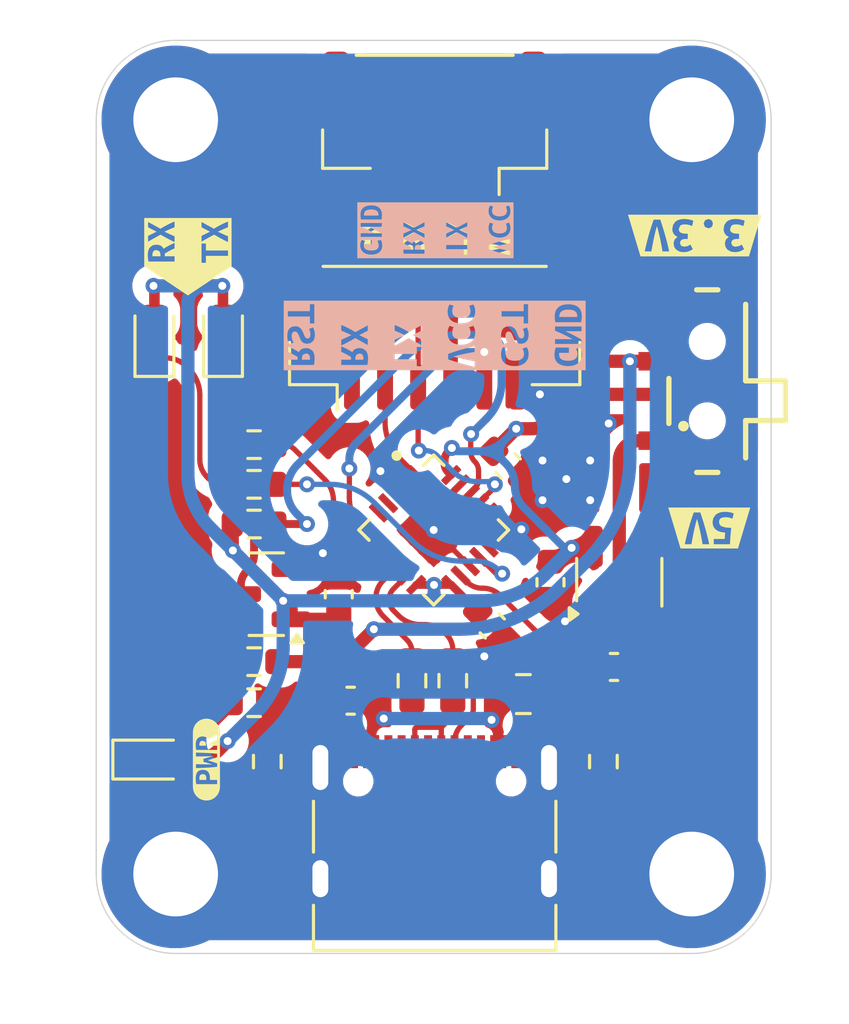
<source format=kicad_pcb>
(kicad_pcb (version 20241229) (generator "pcbnew") (generator_version "9.0")
  (layers (0 "F.Cu" signal) (2 "B.Cu" signal) (13 "F.Paste" user) (15 "B.Paste" user) (5 "F.SilkS" user "F.Silkscreen") (7 "B.SilkS" user "B.Silkscreen") (1 "F.Mask" user) (3 "B.Mask" user) (25 "Edge.Cuts" user))
  (net 0 "")
  (net 1 "GND")
  (net 2 "+3.3V")
  (net 3 "VBUS")
  (net 4 "Net-(D1-K)")
  (net 5 "Net-(D2-K)")
  (net 7 "Net-(J1-CC2)")
  (net 9 "Net-(J1-CC1)")
  (net 10 "/D+")
  (net 11 "/D-")
  (net 12 "/TX")
  (net 13 "/Rx")
  (net 14 "VCC")
  (net 15 "/CST")
  (net 16 "/RESET")
  (net 17 "/DTR")
  (net 18 "/DP")
  (net 19 "/DM")
  (net 20 "/RXLED")
  (net 21 "/TXLED")
  (net 23 "/DSR")
  (net 24 "/RST")
  (net 25 "/DCD")
  (net 27 "/RI")
  (net 29 "Net-(D3-K)")
  (footprint "Capacitor_SMD:C_0603_1608Metric" (layer "F.Cu") (at 143.1 103.198008 -45)
    (property "Reference" "C1" (hide yes))
    (property "Value" "0.1 uF" (hide yes))
  )
  (footprint "Resistor_SMD:R_0603_1608Metric" (layer "F.Cu") (at 134.1 104.55 180)
    (property "Reference" "R6" (hide yes))
    (property "Value" "10K" (hide yes))
  )
  (footprint "Package_TO_SOT_SMD:SOT-23" (layer "F.Cu") (at 134.5625 102 180)
    (property "Reference" "Q1" (hide yes))
    (property "Value" "2N7002" (hide yes))
  )
  (footprint "Capacitor_SMD:C_0603_1608Metric" (layer "F.Cu") (at 145.3 101.55 -90)
    (property "Reference" "C7" (hide yes))
    (property "Value" "1.0uF" (hide yes))
  )
  (footprint "Capacitor_SMD:C_0603_1608Metric" (layer "F.Cu") (at 137.75 106.025 180)
    (property "Reference" "C2" (hide yes))
    (property "Value" "0.1uF" (hide yes))
  )
  (footprint "kibuzzard-68611453" (layer "F.Cu") (at 131.6 89.25 90)
    (property "Reference" "kibuzzard-68611453" (hide yes))
    (property "Value" "G***" (hide yes))
  )
  (footprint "Resistor_SMD:R_0603_1608Metric" (layer "F.Cu") (at 141.608333 105.27 90)
    (property "Reference" "R5" (hide yes))
    (property "Value" "27R" (hide yes))
  )
  (footprint "LED_SMD:LED_0603_1608Metric" (layer "F.Cu") (at 130.335 92.2875 90)
    (property "Reference" "D1" (hide yes))
    (property "Value" "LED" (hide yes))
  )
  (footprint "Resistor_SMD:R_0603_1608Metric" (layer "F.Cu") (at 134.1 99.35)
    (property "Reference" "R3" (hide yes))
    (property "Value" "10K" (hide yes))
  )
  (footprint "Resistor_SMD:R_0603_1608Metric" (layer "F.Cu") (at 140.066667 105.27 -90)
    (property "Reference" "R4" (hide yes))
    (property "Value" "27R" (hide yes))
  )
  (footprint "Connector_JST:JST_GH_SM04B-GHS-TB_1x04-1MP_P1.25mm_Horizontal" (layer "F.Cu") (at 140.925 84.2 180)
    (property "Reference" "J3" (hide yes))
    (property "Value" "SM04B-GHS-TB_LF__SN_-" (hide yes))
  )
  (footprint "MountingHole:MountingHole_3.2mm_M3_DIN965_Pad" (layer "F.Cu") (at 150.6375 112.575)
    (property "Reference" "H2" (hide yes))
    (property "Value" "MountingHole_Pad" (hide yes))
  )
  (footprint "kibuzzard-68611096" (layer "F.Cu") (at 151.3 99.5 180)
    (property "Reference" "kibuzzard-68611096" (hide yes))
    (property "Value" "G***" (hide yes))
  )
  (footprint "Capacitor_SMD:C_0603_1608Metric" (layer "F.Cu") (at 147.7 104.75)
    (property "Reference" "C5" (hide yes))
    (property "Value" "0.1uF" (hide yes))
  )
  (footprint "Connector_USB:USB_C_Receptacle_G-Switch_GT-USB-7010ASV" (layer "F.Cu") (at 140.925 111.675)
    (property "Reference" "J1" (hide yes))
    (property "Value" "USB_C_Receptacle_USB2.0_16P" (hide yes))
  )
  (footprint "Capacitor_SMD:C_0805_2012Metric" (layer "F.Cu") (at 144.275 105.775)
    (property "Reference" "C3" (hide yes))
    (property "Value" "10uF" (hide yes))
  )
  (footprint "Resistor_SMD:R_0603_1608Metric" (layer "F.Cu") (at 134.1 106.1 180)
    (property "Reference" "R9" (hide yes))
    (property "Value" "1K" (hide yes))
  )
  (footprint "Resistor_SMD:R_0603_1608Metric" (layer "F.Cu") (at 134.6 108.325 90)
    (property "Reference" "R2" (hide yes))
    (property "Value" "5.1K" (hide yes))
  )
  (footprint "Connector_JST:JST_GH_BM06B-GHS-TBT_1x06-1MP_P1.25mm_Vertical" (layer "F.Cu") (at 140.925 92.225)
    (property "Reference" "J2" (hide yes))
    (property "Value" "SM06B-GHS-TB" (hide yes))
  )
  (footprint "Resistor_SMD:R_0603_1608Metric" (layer "F.Cu") (at 134.1 96.35 180)
    (property "Reference" "R8" (hide yes))
    (property "Value" "1K" (hide yes))
  )
  (footprint "Resistor_SMD:R_0603_1608Metric" (layer "F.Cu") (at 147.3 108.325 -90)
    (property "Reference" "R1" (hide yes))
    (property "Value" "5.1K" (hide yes))
  )
  (footprint "FT231XQ-R:QFN50P400X400X80-21N" (layer "F.Cu") (at 140.8875 99.575 -45)
    (property "Reference" "U1" (hide yes))
    (property "Value" "FT231XQ-R" (hide yes))
  )
  (footprint "LOGO" (layer "F.Cu") (at 150.85 107 180)
    (property "Reference" "G***" (hide yes))
    (property "Value" "LOGO" (hide yes))
  )
  (footprint "LED_SMD:LED_0603_1608Metric" (layer "F.Cu") (at 130.25 108.25)
    (property "Reference" "D3" (hide yes))
    (property "Value" "LED" (hide yes))
  )
  (footprint "MountingHole:MountingHole_3.2mm_M3_DIN965_Pad" (layer "F.Cu") (at 131.1375 112.575)
    (property "Reference" "H1" (hide yes))
    (property "Value" "MountingHole_Pad" (hide yes))
  )
  (footprint "LED_SMD:LED_0603_1608Metric" (layer "F.Cu") (at 132.925 92.2875 90)
    (property "Reference" "D2" (hide yes))
    (property "Value" "LED" (hide yes))
  )
  (footprint "Capacitor_SMD:C_0603_1608Metric" (layer "F.Cu") (at 143.7 97.15 -45)
    (property "Reference" "C6" (hide yes))
    (property "Value" "0.1uF" (hide yes))
  )
  (footprint "MountingHole:MountingHole_3.2mm_M3_DIN965_Pad" (layer "F.Cu") (at 150.6375 84.075)
    (property "Reference" "H3" (hide yes))
    (property "Value" "MountingHole_Pad" (hide yes))
  )
  (footprint "MountingHole:MountingHole_3.2mm_M3_DIN965_Pad" (layer "F.Cu") (at 131.1375 84.075)
    (property "Reference" "H4" (hide yes))
    (property "Value" "MountingHole_Pad" (hide yes))
  )
  (footprint "kibuzzard-68611696" (layer "F.Cu") (at 132.3 108.25 90)
    (property "Reference" "kibuzzard-68611696" (hide yes))
    (property "Value" "G***" (hide yes))
  )
  (footprint "LOGO" (layer "F.Cu") (at 130.05 100.9 90)
    (property "Reference" "G***" (hide yes))
    (property "Value" "LOGO" (hide yes))
  )
  (footprint "kibuzzard-686110B6" (layer "F.Cu") (at 150.75 88.45 180)
    (property "Reference" "kibuzzard-686110B6" (hide yes))
    (property "Value" "G***" (hide yes))
  )
  (footprint "Capacitor_SMD:C_0603_1608Metric" (layer "F.Cu") (at 137.3 102 90)
    (property "Reference" "C4" (hide yes))
    (property "Value" "0.1uF" (hide yes))
  )
  (footprint "kibuzzard-68611715" (layer "F.Cu") (at 140.95 88.25 90)
    (property "Reference" "kibuzzard-68611715" (hide yes))
    (property "Value" "G***" (hide yes))
  )
  (footprint "450404015514:450404015514" (layer "F.Cu") (at 151.225 93.95 -90)
    (property "Reference" "S1" (hide yes))
    (property "Value" "450404015514" (hide yes))
  )
  (footprint "Resistor_SMD:R_0603_1608Metric" (layer "F.Cu") (at 134.1 97.85 180)
    (property "Reference" "R7" (hide yes))
    (property "Value" "1K" (hide yes))
  )
  (footprint "Package_TO_SOT_SMD:SOT-23-5_HandSoldering" (layer "F.Cu") (at 147.9 101.55 90)
    (property "Reference" "U2" (hide yes))
    (property "Value" "AP2112K-3.3" (hide yes))
  )
  (footprint "kibuzzard-686117ED" (layer "B.Cu") (at 140.95 88.25 90)
    (property "Reference" "kibuzzard-686117ED" (hide yes))
    (property "Value" "G***" (hide yes))
  )
  (footprint "kibuzzard-686117B9" (layer "B.Cu") (at 140.925 92.225 90)
    (property "Reference" "kibuzzard-686117B9" (hide yes))
    (property "Value" "G***" (hide yes))
  )
  (gr_line (start 131.1375 81.075) (end 150.6375 81.075) (stroke (width 0.05)) (layer "Edge.Cuts"))
  (gr_line (start 128.1375 112.575) (end 128.1375 84.075) (stroke (width 0.05)) (layer "Edge.Cuts"))
  (gr_arc (start 128.1375 84.075) (mid 129.01618 81.95368) (end 131.1375 81.075) (stroke (width 0.05)) (layer "Edge.Cuts"))
  (gr_line (start 150.6375 115.575) (end 131.1375 115.575) (stroke (width 0.05)) (layer "Edge.Cuts"))
  (gr_line (start 153.6375 84.075) (end 153.6375 112.575) (stroke (width 0.05)) (layer "Edge.Cuts"))
  (gr_arc (start 131.1375 115.575) (mid 129.01618 114.69632) (end 128.1375 112.575) (stroke (width 0.05)) (layer "Edge.Cuts"))
  (gr_arc (start 150.6375 81.075) (mid 152.75882 81.95368) (end 153.6375 84.075) (stroke (width 0.05)) (layer "Edge.Cuts"))
  (gr_arc (start 153.6375 112.575) (mid 152.75882 114.69632) (end 150.6375 115.575) (stroke (width 0.05)) (layer "Edge.Cuts"))
  (segment (start 137.3 101.1375) (end 137.3 101.225) (width 0.5) (layer "F.Cu") (net 1))
  (segment (start 145.85 103.025) (end 145.353033 102.528033) (width 0.5) (layer "F.Cu") (net 1))
  (segment (start 142.8 104.35) (end 143.317708 103.832291) (width 0.5) (layer "F.Cu") (net 1))
  (segment (start 140.8875 99.575) (end 142.255752 100.943252) (width 0.2) (layer "F.Cu") (net 1))
  (segment (start 143.525996 103.746016) (end 143.648008 103.746016) (width 0.5) (layer "F.Cu") (net 1))
  (segment (start 140.8875 99.575) (end 139.519248 98.206748) (width 0.2) (layer "F.Cu") (net 1))
  (segment (start 145.3 102.4) (end 145.3 102.325) (width 0.5) (layer "F.Cu") (net 1))
  (segment (start 136.7 100.45) (end 137.238128 100.988128) (width 0.5) (layer "F.Cu") (net 1))
  (via (at 144.9 94.45) (size 0.6) (drill 0.3) (layers "F.Cu" "B.Cu") (net 1))
  (via (at 145 98.45) (size 0.6) (drill 0.3) (layers "F.Cu" "B.Cu") (net 1))
  (via (at 146.8 96.95) (size 0.6) (drill 0.3) (layers "F.Cu" "B.Cu") (net 1))
  (via (at 136.7 100.45) (size 0.6) (drill 0.3) (layers "F.Cu" "B.Cu") (net 1))
  (via (at 147.5 95.55) (size 0.6) (drill 0.3) (layers "F.Cu" "B.Cu") (net 1))
  (via (at 145.9 97.65) (size 0.6) (drill 0.3) (layers "F.Cu" "B.Cu") (net 1))
  (via (at 146.8 98.45) (size 0.6) (drill 0.3) (layers "F.Cu" "B.Cu") (net 1))
  (via (at 145.85 103.025) (size 0.6) (drill 0.3) (layers "F.Cu" "B.Cu") (net 1))
  (via (at 140.8875 99.575) (size 0.6) (drill 0.3) (layers "F.Cu" "B.Cu") (net 1))
  (via (at 138.875 97.35) (size 0.6) (drill 0.3) (layers "F.Cu" "B.Cu") (net 1))
  (via (at 144.2 99.55) (size 0.6) (drill 0.3) (layers "F.Cu" "B.Cu") (net 1))
  (via (at 142.8 104.35) (size 0.6) (drill 0.3) (layers "F.Cu" "B.Cu") (net 1))
  (via (at 145 96.95) (size 0.6) (drill 0.3) (layers "F.Cu" "B.Cu") (net 1))
  (arc (start 137.238128 100.988128) (mid 137.283919 101.05666) (end 137.3 101.1375) (width 0.5) (layer "F.Cu") (net 1))
  (arc (start 145.353033 102.528033) (mid 145.313782 102.46929) (end 145.3 102.4) (width 0.5) (layer "F.Cu") (net 1))
  (arc (start 143.525996 103.746016) (mid 143.413271 103.768438) (end 143.317708 103.832291) (width 0.5) (layer "F.Cu") (net 1))
  (segment (start 137.130805 102.819194) (end 137.087499 102.862499) (width 0.5) (layer "F.Cu") (net 2))
  (segment (start 141.548644 101.650358) (end 141.550497 101.650358) (width 0.3) (layer "F.Cu") (net 2))
  (segment (start 137.2375 102.775) (end 137.3 102.775) (width 0.5) (layer "F.Cu") (net 2))
  (segment (start 145.75 95.1) (end 145.4875 95.362499) (width 0.5) (layer "F.Cu") (net 2))
  (segment (start 135.25 102.25) (end 135.2 102.25) (width 0.5) (layer "F.Cu") (net 2))
  (segment (start 144.003984 95.75) (end 143.151992 96.601992) (width 0.5) (layer "F.Cu") (net 2))
  (segment (start 131.905025 108.25) (end 131.0375 108.25) (width 0.5) (layer "F.Cu") (net 2))
  (segment (start 141.553659 101.651667) (end 142.551992 102.65) (width 0.3) (layer "F.Cu") (net 2))
  (segment (start 141.3 97.075178) (end 141.3 96.943934) (width 0.3) (layer "F.Cu") (net 2))
  (segment (start 141.574265 96.475735) (end 141.437132 96.612867) (width 0.3) (layer "F.Cu") (net 2))
  (segment (start 132.925 90.392677) (end 132.925 91.5) (width 0.4) (layer "F.Cu") (net 2))
  (segment (start 133.2875 100.3375) (end 133.3 100.35) (width 0.5) (layer "F.Cu") (net 2))
  (segment (start 147.319238 94.45) (end 149.392538 94.45) (width 0.5) (layer "F.Cu") (net 2))
  (segment (start 141.424322 97.375319) (end 141.548645 97.499642) (width 0.3) (layer "F.Cu") (net 2))
  (segment (start 141.544939 101.650358) (end 140.9 101.650358) (width 0.3) (layer "F.Cu") (net 2))
  (segment (start 132.9125 90.3625) (end 132.9 90.35) (width 0.2) (layer "F.Cu") (net 2))
  (segment (start 133.275 100.307322) (end 133.275 99.35) (width 0.5) (layer "F.Cu") (net 2))
  (segment (start 135.335355 102.285355) (end 135.4 102.35) (width 0.5) (layer "F.Cu") (net 2))
  (segment (start 135.5 102.95) (end 135.5 102.591421) (width 0.5) (layer "F.Cu") (net 2))
  (segment (start 140.9 101.650358) (end 140.226355 101.650358) (width 0.3) (layer "F.Cu") (net 2))
  (segment (start 144.551992 95.75) (end 144.003984 95.75) (width 0.5) (layer "F.Cu") (net 2))
  (segment (start 135.5 102.95) (end 136.876256 102.95) (width 0.5) (layer "F.Cu") (net 2))
  (segment (start 130.335 90.409748) (end 130.335 91.5) (width 0.4) (layer "F.Cu") (net 2))
  (segment (start 149.326 91.7) (end 149.175 91.7) (width 0.5) (layer "F.Cu") (net 2))
  (segment (start 130.3175 90.3675) (end 130.3 90.35) (width 0.2) (layer "F.Cu") (net 2))
  (segment (start 132.75 107.9) (end 133.1 107.55) (width 0.5) (layer "F.Cu") (net 2))
  (segment (start 150.2 92.934238) (end 150.2 93.642538) (width 0.5) (layer "F.Cu") (net 2))
  (segment (start 141.548644 101.650358) (end 141.544939 101.650358) (width 0.3) (layer "F.Cu") (net 2))
  (segment (start 149.8385 92.0615) (end 149.583773 91.806773) (width 0.5) (layer "F.Cu") (net 2))
  (via (at 133.3 100.35) (size 0.6) (drill 0.3) (layers "F.Cu" "B.Cu") (net 2))
  (via (at 144.003984 95.75) (size 0.6) (drill 0.3) (layers "F.Cu" "B.Cu") (net 2))
  (via (at 135.2 102.25) (size 0.6) (drill 0.3) (layers "F.Cu" "B.Cu") (net 2))
  (via (at 146.1 100.25) (size 0.6) (drill 0.3) (layers "F.Cu" "B.Cu") (net 2))
  (via (at 141.574265 96.475735) (size 0.6) (drill 0.3) (layers "F.Cu" "B.Cu") (net 2))
  (via (at 140.9 101.650358) (size 0.6) (drill 0.3) (layers "F.Cu" "B.Cu") (net 2))
  (via (at 130.3 90.35) (size 0.6) (drill 0.3) (layers "F.Cu" "B.Cu") (net 2))
  (via (at 133.1 107.55) (size 0.6) (drill 0.3) (layers "F.Cu" "B.Cu") (net 2))
  (via (at 132.9 90.35) (size 0.6) (drill 0.3) (layers "F.Cu" "B.Cu") (net 2))
  (arc (start 149.583773 91.806773) (mid 149.465505 91.727749) (end 149.326 91.7) (width 0.5) (layer "F.Cu") (net 2))
  (arc (start 141.3 97.075178) (mid 141.33231 97.237613) (end 141.424322 97.375319) (width 0.3) (layer "F.Cu") (net 2))
  (arc (start 149.9635 94.2135) (mid 149.70154 94.388535) (end 149.392538 94.45) (width 0.5) (layer "F.Cu") (net 2))
  (arc (start 132.9125 90.3625) (mid 132.921751 90.376345) (end 132.925 90.392677) (width 0.2) (layer "F.Cu") (net 2))
  (arc (start 150.2 93.642538) (mid 150.138535 93.95154) (end 149.9635 94.2135) (width 0.5) (layer "F.Cu") (net 2))
  (arc (start 137.2375 102.775) (mid 137.179757 102.786485) (end 137.130805 102.819194) (width 0.5) (layer "F.Cu") (net 2))
  (arc (start 141.553659 101.651667) (mid 141.552208 101.650698) (end 141.550497 101.650358) (width 0.3) (layer "F.Cu") (net 2))
  (arc (start 135.25 102.25) (mid 135.296193 102.259188) (end 135.335355 102.285355) (width 0.5) (layer "F.Cu") (net 2))
  (arc (start 135.5 102.591421) (mid 135.47401 102.460764) (end 135.4 102.35) (width 0.5) (layer "F.Cu") (net 2))
  (arc (start 145.4875 95.362499) (mid 145.058285 95.649291) (end 144.551992 95.75) (width 0.5) (layer "F.Cu") (net 2))
  (arc (start 136.876256 102.95) (mid 136.99058 102.927259) (end 137.087499 102.862499) (width 0.5) (layer "F.Cu") (net 2))
  (arc (start 145.75 95.1) (mid 146.469972 94.618929) (end 147.319238 94.45) (width 0.5) (layer "F.Cu") (net 2))
  (arc (start 130.3175 90.3675) (mid 130.330451 90.386883) (end 130.335 90.409748) (width 0.2) (layer "F.Cu") (net 2))
  (arc (start 141.3 96.943934) (mid 141.335639 96.764762) (end 141.437132 96.612867) (width 0.3) (layer "F.Cu") (net 2))
  (arc (start 133.275 100.307322) (mid 133.278248 100.323654) (end 133.2875 100.3375) (width 0.5) (layer "F.Cu") (net 2))
  (arc (start 131.905025 108.25) (mid 132.362322 108.159037) (end 132.75 107.9) (width 0.5) (layer "F.Cu") (net 2))
  (arc (start 149.8385 92.0615) (mid 150.106049 92.461915) (end 150.2 92.934238) (width 0.5) (layer "F.Cu") (net 2))
  (segment (start 132.45 99.5) (end 133.3 100.35) (width 0.5) (layer "B.Cu") (net 2))
  (segment (start 131.6 97.447918) (end 131.6 91) (width 0.5) (layer "B.Cu") (net 2))
  (segment (start 135.2 102.25) (end 133.3 100.35) (width 0.5) (layer "B.Cu") (net 2))
  (segment (start 135.2 103.965075) (end 135.2 102.25) (width 0.5) (layer "B.Cu") (net 2))
  (segment (start 132.9 90.35) (end 130.3 90.35) (width 0.5) (layer "B.Cu") (net 2))
  (segment (start 134.15 106.5) (end 133.1 107.55) (width 0.5) (layer "B.Cu") (net 2))
  (segment (start 146.1 100.25) (end 145.960327 100.25) (width 0.3) (layer "B.Cu") (net 2))
  (segment (start 142.685786 102.25) (end 141.199821 102.25) (width 0.5) (layer "B.Cu") (net 2))
  (segment (start 140.9 101.650358) (end 140.9 101.950179) (width 0.4) (layer "B.Cu") (net 2))
  (segment (start 141.574265 96.475735) (end 141.636897 96.538367) (width 0.3) (layer "B.Cu") (net 2))
  (segment (start 141.788105 96.601) (end 142.589187 96.601) (width 0.3) (layer "B.Cu") (net 2))
  (segment (start 132.25 90.35) (end 132.9 90.35) (width 0.5) (layer "B.Cu") (net 2))
  (segment (start 143.603359 97.051375) (end 143.551648 96.999664) (width 0.3) (layer "B.Cu") (net 2))
  (segment (start 135.2 102.25) (end 140.600179 102.25) (width 0.5) (layer "B.Cu") (net 2))
  (segment (start 146.1 100.25) (end 145.1 101.25) (width 0.5) (layer "B.Cu") (net 2))
  (segment (start 143.551648 96.202336) (end 144.003984 95.75) (width 0.3) (layer "B.Cu") (net 2))
  (segment (start 145.72189 100.151236) (end 144.297264 98.72661) (width 0.3) (layer "B.Cu") (net 2))
  (segment (start 141.199821 102.25) (end 140.600179 102.25) (width 0.5) (layer "B.Cu") (net 2))
  (arc (start 132.45 99.5) (mid 131.820907 98.558496) (end 131.6 97.447918) (width 0.5) (layer "B.Cu") (net 2))
  (arc (start 143.551648 96.202336) (mid 143.110067 96.49739) (end 142.589187 96.601) (width 0.3) (layer "B.Cu") (net 2))
  (arc (start 140.9 101.950179) (mid 140.812184 102.162184) (end 140.600179 102.25) (width 0.5) (layer "B.Cu") (net 2))
  (arc (start 143.950312 97.888993) (mid 144.040481 98.342308) (end 144.297264 98.72661) (width 0.3) (layer "B.Cu") (net 2))
  (arc (start 132.25 90.35) (mid 131.79038 90.54038) (end 131.6 91) (width 0.5) (layer "B.Cu") (net 2))
  (arc (start 143.950312 97.888993) (mid 143.860141 97.435677) (end 143.603359 97.051375) (width 0.3) (layer "B.Cu") (net 2))
  (arc (start 145.72189 100.151236) (mid 145.831285 100.224332) (end 145.960327 100.25) (width 0.3) (layer "B.Cu") (net 2))
  (arc (start 143.551648 96.202336) (mid 143.386515 96.601) (end 143.551648 96.999664) (width 0.3) (layer "B.Cu") (net 2))
  (arc (start 141.788105 96.601) (mid 141.706272 96.584722) (end 141.636897 96.538367) (width 0.3) (layer "B.Cu") (net 2))
  (arc (start 135.2 103.965075) (mid 134.927113 105.336966) (end 134.15 106.5) (width 0.5) (layer "B.Cu") (net 2))
  (arc (start 140.9 101.950179) (mid 140.987815 102.162184) (end 141.199821 102.25) (width 0.4) (layer "B.Cu") (net 2))
  (arc (start 142.589187 96.601) (mid 143.110067 96.704609) (end 143.551648 96.999664) (width 0.3) (layer "B.Cu") (net 2))
  (arc (start 142.685786 102.25) (mid 143.992349 101.990108) (end 145.1 101.25) (width 0.5) (layer "B.Cu") (net 2))
  (segment (start 142.141295 101.535902) (end 141.902198 101.296805) (width 0.2) (layer "F.Cu") (net 3))
  (segment (start 143.388258 102.038258) (end 144.661091 103.311091) (width 0.2) (layer "F.Cu") (net 3))
  (segment (start 144.248784 104.851216) (end 143.325 105.775) (width 0.5) (layer "F.Cu") (net 3))
  (segment (start 146.825 104.65) (end 146.925 104.75) (width 0.5) (layer "F.Cu") (net 3))
  (segment (start 147.9 101.458439) (end 147.9 96.968198) (width 0.5) (layer "F.Cu") (net 3))
  (segment (start 144.975984 104.55) (end 146.583578 104.55) (width 0.5) (layer "F.Cu") (net 3))
  (segment (start 138.525 106.125) (end 138.525 106.025) (width 0.3) (layer "F.Cu") (net 3))
  (segment (start 148.85 102.438906) (end 148.85 102.9) (width 0.5) (layer "F.Cu") (net 3))
  (segment (start 142.752696 101.775) (end 142.718527 101.775) (width 0.2) (layer "F.Cu") (net 3))
  (segment (start 148.25478 101.669) (end 148.110561 101.669) (width 0.5) (layer "F.Cu") (net 3))
  (segment (start 147.6505 101.669) (end 147.689439 101.669) (width 0.5) (layer "F.Cu") (net 3))
  (segment (start 148.668198 96.2) (end 149.175 96.2) (width 0.5) (layer "F.Cu") (net 3))
  (segment (start 146.95 102.51) (end 146.95 102.438906) (width 0.5) (layer "F.Cu") (net 3))
  (segment (start 148.624499 101.8945) (end 148.500977 101.770978) (width 0.5) (layer "F.Cu") (net 3))
  (segment (start 147.1755 101.8945) (end 147.224578 101.845422) (width 0.5) (layer "F.Cu") (net 3))
  (segment (start 146.674228 103.175771) (end 146.538908 103.31109) (width 0.2) (layer "F.Cu") (net 3))
  (segment (start 148.110561 101.669) (end 147.689439 101.669) (width 0.5) (layer "F.Cu") (net 3))
  (segment (start 138.59571 106.29571) (end 139 106.7) (width 0.3) (layer "F.Cu") (net 3))
  (via (at 139 106.7) (size 0.6) (drill 0.3) (layers "F.Cu" "B.Cu") (net 3))
  (via (at 143.075 106.75) (size 0.6) (drill 0.3) (layers "F.Cu" "B.Cu") (net 3))
  (arc (start 147.9 101.458439) (mid 147.961671 101.607328) (end 148.110561 101.669) (width 0.5) (layer "F.Cu") (net 3))
  (arc (start 147.6505 101.669) (mid 147.419992 101.71485) (end 147.224578 101.845422) (width 0.5) (layer "F.Cu") (net 3))
  (arc (start 144.975984 104.55) (mid 144.582426 104.628284) (end 144.248784 104.851216) (width 0.5) (layer "F.Cu") (net 3))
  (arc (start 146.95 102.51) (mid 146.878329 102.870312) (end 146.674228 103.175771) (width 0.5) (layer "F.Cu") (net 3))
  (arc (start 148.500977 101.770978) (mid 148.38802 101.695503) (end 148.25478 101.669) (width 0.5) (layer "F.Cu") (net 3))
  (arc (start 146.95 102.438906) (mid 147.008605 102.144275) (end 147.1755 101.8945) (width 0.5) (layer "F.Cu") (net 3))
  (arc (start 145.6 103.7) (mid 146.108133 103.598925) (end 146.538908 103.31109) (width 0.2) (layer "F.Cu") (net 3))
  (arc (start 142.141295 101.535902) (mid 142.406131 101.71286) (end 142.718527 101.775) (width 0.2) (layer "F.Cu") (net 3))
  (arc (start 148.668198 96.2) (mid 148.374221 96.258475) (end 148.125 96.425) (width 0.5) (layer "F.Cu") (net 3))
  (arc (start 147.9 96.968198) (mid 147.958475 96.674221) (end 148.125 96.425) (width 0.5) (layer "F.Cu") (net 3))
  (arc (start 148.624499 101.8945) (mid 148.791394 102.144275) (end 148.85 102.438906) (width 0.5) (layer "F.Cu") (net 3))
  (arc (start 145.6 103.7) (mid 145.091866 103.598925) (end 144.661091 103.311091) (width 0.2) (layer "F.Cu") (net 3))
  (arc (start 143.388258 102.038258) (mid 143.096659 101.843418) (end 142.752696 101.775) (width 0.2) (layer "F.Cu") (net 3))
  (arc (start 146.825 104.65) (mid 146.714234 104.575989) (end 146.583578 104.55) (width 0.5) (layer "F.Cu") (net 3))
  (arc (start 147.9 101.458439) (mid 147.838328 101.607328) (end 147.689439 101.669) (width 0.5) (layer "F.Cu") (net 3))
  (arc (start 138.59571 106.29571) (mid 138.543376 106.217387) (end 138.525 106.125) (width 0.3) (layer "F.Cu") (net 3))
  (segment (start 139 106.7) (end 142.989644 106.7) (width 0.5) (layer "B.Cu") (net 3))
  (segment (start 143.05 106.725) (end 143.075 106.75) (width 0.5) (layer "B.Cu") (net 3))
  (arc (start 142.989644 106.7) (mid 143.022308 106.706497) (end 143.05 106.725) (width 0.5) (layer "B.Cu") (net 3))
  (segment (start 130.78 93.075) (end 130.335 93.075) (width 0.2) (layer "F.Cu") (net 4))
  (segment (start 132.9375 97.85) (end 133.275 97.85) (width 0.2) (layer "F.Cu") (net 4))
  (segment (start 132.325 97.575) (end 132.361351 97.611351) (width 0.2) (layer "F.Cu") (net 4))
  (segment (start 131.6375 93.4875) (end 131.539662 93.389662) (width 0.2) (layer "F.Cu") (net 4))
  (segment (start 132.05 94.483363) (end 132.05 96.911091) (width 0.2) (layer "F.Cu") (net 4))
  (arc (start 131.6375 93.4875) (mid 131.942794 93.944405) (end 132.05 94.483363) (width 0.2) (layer "F.Cu") (net 4))
  (arc (start 132.325 97.575) (mid 132.12147 97.270396) (end 132.05 96.911091) (width 0.2) (layer "F.Cu") (net 4))
  (arc (start 132.361351 97.611351) (mid 132.62569 97.787977) (end 132.9375 97.85) (width 0.2) (layer "F.Cu") (net 4))
  (arc (start 130.78 93.075) (mid 131.191126 93.156777) (end 131.539662 93.389662) (width 0.2) (layer "F.Cu") (net 4))
  (segment (start 133.275 95.372487) (end 133.275 96.35) (width 0.2) (layer "F.Cu") (net 5))
  (segment (start 132.925 94.527512) (end 132.925 93.075) (width 0.2) (layer "F.Cu") (net 5))
  (arc (start 132.925 94.527512) (mid 132.970481 94.75616) (end 133.1 94.95) (width 0.2) (layer "F.Cu") (net 5))
  (arc (start 133.1 94.95) (mid 133.229518 95.143838) (end 133.275 95.372487) (width 0.2) (layer "F.Cu") (net 5))
  (segment (start 146.75 110.5) (end 147.017157 110.232842) (width 0.2) (layer "F.Cu") (net 7))
  (segment (start 147.3 109.55) (end 147.3 109.15) (width 0.2) (layer "F.Cu") (net 7))
  (segment (start 142.675 109.812347) (end 142.675 107.95) (width 0.2) (layer "F.Cu") (net 7))
  (segment (start 145.422182 111.05) (end 143.912652 111.05) (width 0.2) (layer "F.Cu") (net 7))
  (arc (start 147.3 109.55) (mid 147.226491 109.919551) (end 147.017157 110.232842) (width 0.2) (layer "F.Cu") (net 7))
  (arc (start 146.75 110.5) (mid 146.140792 110.907059) (end 145.422182 111.05) (width 0.2) (layer "F.Cu") (net 7))
  (arc (start 143.0375 110.6875) (mid 142.76921 110.285976) (end 142.675 109.812347) (width 0.2) (layer "F.Cu") (net 7))
  (arc (start 143.0375 110.6875) (mid 143.439023 110.955789) (end 143.912652 111.05) (width 0.2) (layer "F.Cu") (net 7))
  (segment (start 135.1 110.55) (end 134.918198 110.368198) (width 0.2) (layer "F.Cu") (net 9))
  (segment (start 138.351992 111.05) (end 136.307106 111.05) (width 0.2) (layer "F.Cu") (net 9))
  (segment (start 134.6 109.6) (end 134.6 109.15) (width 0.2) (layer "F.Cu") (net 9))
  (segment (start 139.675 109.726992) (end 139.675 107.95) (width 0.2) (layer "F.Cu") (net 9))
  (arc (start 135.1 110.55) (mid 135.653825 110.920054) (end 136.307106 111.05) (width 0.2) (layer "F.Cu") (net 9))
  (arc (start 139.2875 110.6625) (mid 139.574292 110.233285) (end 139.675 109.726992) (width 0.2) (layer "F.Cu") (net 9))
  (arc (start 134.918198 110.368198) (mid 134.682696 110.015745) (end 134.6 109.6) (width 0.2) (layer "F.Cu") (net 9))
  (arc (start 138.351992 111.05) (mid 138.858285 110.949292) (end 139.2875 110.6625) (width 0.2) (layer "F.Cu") (net 9))
  (segment (start 140.675 108.787351) (end 140.675 107.95) (width 0.2) (layer "F.Cu") (net 10))
  (segment (start 140.758648 108.871) (end 141.591351 108.871) (width 0.2) (layer "F.Cu") (net 10))
  (segment (start 140.417167 105.7445) (end 140.066667 106.095) (width 0.2) (layer "F.Cu") (net 10))
  (segment (start 141.675 108.551826) (end 141.675 108.787351) (width 0.2) (layer "F.Cu") (net 10))
  (segment (start 142.384333 106.334707) (end 142.384333 105.633563) (width 0.2) (layer "F.Cu") (net 10))
  (segment (start 142.261749 106.630649) (end 141.934013 106.958382) (width 0.2) (layer "F.Cu") (net 10))
  (segment (start 141.263348 105.394) (end 142.144769 105.394) (width 0.2) (layer "F.Cu") (net 10))
  (segment (start 141.675 108.080776) (end 141.675 108.551826) (width 0.2) (layer "F.Cu") (net 10))
  (segment (start 141.675 107.583698) (end 141.675 108.080776) (width 0.2) (layer "F.Cu") (net 10))
  (arc (start 142.384333 106.334707) (mid 142.352474 106.49487) (end 142.261749 106.630649) (width 0.2) (layer "F.Cu") (net 10))
  (arc (start 141.6505 108.8465) (mid 141.668632 108.819362) (end 141.675 108.787351) (width 0.2) (layer "F.Cu") (net 10))
  (arc (start 141.591351 108.871) (mid 141.623362 108.864632) (end 141.6505 108.8465) (width 0.2) (layer "F.Cu") (net 10))
  (arc (start 142.314166 105.464166) (mid 142.366097 105.541886) (end 142.384333 105.633563) (width 0.2) (layer "F.Cu") (net 10))
  (arc (start 140.675 108.787351) (mid 140.681367 108.819362) (end 140.6995 108.8465) (width 0.2) (layer "F.Cu") (net 10))
  (arc (start 142.314166 105.464166) (mid 142.236446 105.412235) (end 142.144769 105.394) (width 0.2) (layer "F.Cu") (net 10))
  (arc (start 141.263348 105.394) (mid 140.805398 105.485091) (end 140.417167 105.7445) (width 0.2) (layer "F.Cu") (net 10))
  (arc (start 141.675 107.583698) (mid 141.742315 107.245279) (end 141.934013 106.958382) (width 0.2) (layer "F.Cu") (net 10))
  (arc (start 140.758648 108.871) (mid 140.726637 108.864632) (end 140.6995 108.8465) (width 0.2) (layer "F.Cu") (net 10))
  (segment (start 140.258648 107.029) (end 141.14718 107.029) (width 0.2) (layer "F.Cu") (net 11))
  (segment (start 141.175 107.817351) (end 141.224 107.866351) (width 0.2) (layer "F.Cu") (net 11))
  (segment (start 140.175 107.112648) (end 140.175 107.95) (width 0.2) (layer "F.Cu") (net 11))
  (segment (start 141.175 107.95) (end 141.175 107.05682) (width 0.2) (layer "F.Cu") (net 11))
  (segment (start 141.1995 107.9255) (end 141.175 107.95) (width 0.2) (layer "F.Cu") (net 11))
  (segment (start 141.608333 106.347333) (end 141.608333 106.095) (width 0.2) (layer "F.Cu") (net 11))
  (segment (start 141.429906 106.778093) (end 141.2015 107.0065) (width 0.2) (layer "F.Cu") (net 11))
  (segment (start 141.175 107.05682) (end 141.14718 107.029) (width 0.2) (layer "F.Cu") (net 11))
  (arc (start 141.224 107.866351) (mid 141.217632 107.898362) (end 141.1995 107.9255) (width 0.2) (layer "F.Cu") (net 11))
  (arc (start 140.258648 107.029) (mid 140.226637 107.035367) (end 140.1995 107.0535) (width 0.2) (layer "F.Cu") (net 11))
  (arc (start 141.2015 107.0065) (mid 141.176577 107.023152) (end 141.14718 107.029) (width 0.2) (layer "F.Cu") (net 11))
  (arc (start 140.1995 107.0535) (mid 140.181367 107.080637) (end 140.175 107.112648) (width 0.2) (layer "F.Cu") (net 11))
  (arc (start 141.429906 106.778093) (mid 141.561961 106.580458) (end 141.608333 106.347333) (width 0.2) (layer "F.Cu") (net 11))
  (segment (start 140.3 96.532322) (end 140.3 94.175) (width 0.2) (layer "F.Cu") (net 12))
  (segment (start 140.3 90.233883) (end 140.3 94.175) (width 0.2) (layer "F.Cu") (net 12))
  (segment (start 141.55 87.216116) (end 141.55 86.05) (width 0.2) (layer "F.Cu") (net 12))
  (segment (start 143.199519 97.849369) (end 143.134609 97.914278) (width 0.2) (layer "F.Cu") (net 12))
  (segment (start 140.3125 96.5625) (end 140.325 96.575) (width 0.2) (layer "F.Cu") (net 12))
  (segment (start 142.609305 98.550498) (end 142.609305 98.560302) (width 0.2) (layer "F.Cu") (net 12))
  (segment (start 143.063112 98.086887) (end 142.616237 98.533762) (width 0.2) (layer "F.Cu") (net 12))
  (via (at 143.199519 97.849369) (size 0.6) (drill 0.3) (layers "F.Cu" "B.Cu") (net 12))
  (via (at 140.325 96.575) (size 0.6) (drill 0.3) (layers "F.Cu" "B.Cu") (net 12))
  (arc (start 143.134609 97.914278) (mid 143.108151 97.953875) (end 143.098861 98.000583) (width 0.2) (layer "F.Cu") (net 12))
  (arc (start 141.55 87.216116) (mid 141.387567 88.032718) (end 140.925 88.725) (width 0.2) (layer "F.Cu") (net 12))
  (arc (start 140.3 96.532322) (mid 140.303248 96.548654) (end 140.3125 96.5625) (width 0.2) (layer "F.Cu") (net 12))
  (arc (start 140.925 88.725) (mid 140.462432 89.417281) (end 140.3 90.233883) (width 0.2) (layer "F.Cu") (net 12))
  (arc (start 142.609305 98.550498) (mid 142.611106 98.54144) (end 142.616237 98.533762) (width 0.2) (layer "F.Cu") (net 12))
  (arc (start 143.063112 98.086887) (mid 143.08957 98.04729) (end 143.098861 98.000583) (width 0.2) (layer "F.Cu") (net 12))
  (segment (start 143.14919 97.79904) (end 143.199519 97.849369) (width 0.2) (layer "B.Cu") (net 12))
  (segment (start 141.001776 96.751776) (end 141.609749 97.359749) (width 0.2) (layer "B.Cu") (net 12))
  (segment (start 140.325 96.575) (end 140.575 96.575) (width 0.2) (layer "B.Cu") (net 12))
  (segment (start 143.027685 97.748711) (end 142.548786 97.748711) (width 0.2) (layer "B.Cu") (net 12))
  (arc (start 141.001776 96.751776) (mid 140.805969 96.620942) (end 140.575 96.575) (width 0.2) (layer "B.Cu") (net 12))
  (arc (start 142.548786 97.748711) (mid 142.040582 97.647623) (end 141.609749 97.359749) (width 0.2) (layer "B.Cu") (net 12))
  (arc (start 143.027685 97.748711) (mid 143.093443 97.761791) (end 143.14919 97.79904) (width 0.2) (layer "B.Cu") (net 12))
  (segment (start 139.675 88.275) (end 139.734314 88.215685) (width 0.2) (layer "F.Cu") (net 13))
  (segment (start 139.05 95.491478) (end 139.05 94.175) (width 0.2) (layer "F.Cu") (net 13))
  (segment (start 139.638177 96.911464) (end 140.226355 97.499642) (width 0.2) (layer "F.Cu") (net 13))
  (segment (start 140.3 86.85) (end 140.3 86.05) (width 0.2) (layer "F.Cu") (net 13))
  (segment (start 139.05 89.783883) (end 139.05 94.175) (width 0.2) (layer "F.Cu") (net 13))
  (arc (start 139.05 89.783883) (mid 139.212432 88.967281) (end 139.675 88.275) (width 0.2) (layer "F.Cu") (net 13))
  (arc (start 139.638177 96.911464) (mid 139.202862 96.259969) (end 139.05 95.491478) (width 0.2) (layer "F.Cu") (net 13))
  (arc (start 139.734314 88.215685) (mid 140.152982 87.589103) (end 140.3 86.85) (width 0.2) (layer "F.Cu") (net 13))
  (segment (start 137.894974 104.055025) (end 138.625735 103.324265) (width 0.5) (layer "F.Cu") (net 14))
  (segment (start 142.8 86.05) (end 142.8 88.766116) (width 0.5) (layer "F.Cu") (net 14))
  (segment (start 135.73125 104.55) (end 136.45625 104.55) (width 0.5) (layer "F.Cu") (net 14))
  (segment (start 141.55 91.775) (end 141.55 94.175) (width 0.5) (layer "F.Cu") (net 14))
  (segment (start 135.19375 104.55) (end 134.925 104.55) (width 0.5) (layer "F.Cu") (net 14))
  (segment (start 143.386827 92.05) (end 141.55 92.05) (width 0.5) (layer "F.Cu") (net 14))
  (segment (start 136.61875 104.55) (end 136.45625 104.55) (width 0.5) (layer "F.Cu") (net 14))
  (segment (start 136.61875 104.55) (end 136.7 104.55) (width 0.5) (layer "F.Cu") (net 14))
  (segment (start 135.73125 104.55) (end 135.19375 104.55) (width 0.5) (layer "F.Cu") (net 14))
  (segment (start 142.175 90.275) (end 142.168718 90.281281) (width 0.5) (layer "F.Cu") (net 14))
  (segment (start 149.175 93.2) (end 146.163172 93.2) (width 0.5) (layer "F.Cu") (net 14))
  (via (at 148.3 93.2) (size 0.6) (drill 0.3) (layers "F.Cu" "B.Cu") (net 14))
  (via (at 138.625735 103.324265) (size 0.6) (drill 0.3) (layers "F.Cu" "B.Cu") (net 14))
  (arc (start 142.8 88.766116) (mid 142.637567 89.582718) (end 142.175 90.275) (width 0.5) (layer "F.Cu") (net 14))
  (arc (start 144.775 92.625) (mid 144.1381 92.199437) (end 143.386827 92.05) (width 0.5) (layer "F.Cu") (net 14))
  (arc (start 137.894974 104.055025) (mid 137.346715 104.42136) (end 136.7 104.55) (width 0.5) (layer "F.Cu") (net 14))
  (arc (start 146.163172 93.2) (mid 145.411898 93.050562) (end 144.775 92.625) (width 0.5) (layer "F.Cu") (net 14))
  (arc (start 142.168718 90.281281) (mid 141.710799 90.966605) (end 141.55 91.775) (width 0.5) (layer "F.Cu") (net 14))
  (segment (start 145.681602 101.730472) (end 146.706206 100.705867) (width 0.5) (layer "B.Cu") (net 14))
  (segment (start 148.3 96.858111) (end 148.3 93.2) (width 0.5) (layer "B.Cu") (net 14))
  (segment (start 141.833846 103.324265) (end 138.625735 103.324265) (width 0.5) (layer "B.Cu") (net 14))
  (arc (start 145.681602 101.730472) (mid 143.916236 102.910051) (end 141.833846 103.324265) (width 0.5) (layer "B.Cu") (net 14))
  (arc (start 148.3 96.858111) (mid 147.885786 98.940501) (end 146.706206 100.705867) (width 0.5) (layer "B.Cu") (net 14))
  (segment (start 142.8 92.85) (end 142.8 94.175) (width 0.3) (layer "F.Cu") (net 15))
  (segment (start 137.7 97.25) (end 137.7 98.337599) (width 0.2) (layer "F.Cu") (net 15))
  (segment (start 138.256071 99.680074) (end 138.812142 100.236145) (width 0.2) (layer "F.Cu") (net 15))
  (via (at 142.8 92.85) (size 0.6) (drill 0.3) (layers "F.Cu" "B.Cu") (net 15))
  (via (at 137.7 97.25) (size 0.6) (drill 0.3) (layers "F.Cu" "B.Cu") (net 15))
  (arc (start 138.256071 99.680074) (mid 137.844518 99.064141) (end 137.7 98.337599) (width 0.2) (layer "F.Cu") (net 15))
  (segment (start 142.8 92.85) (end 142.1 92.85) (width 0.3) (layer "B.Cu") (net 15))
  (segment (start 140.905025 93.344974) (end 137.947487 96.302512) (width 0.3) (layer "B.Cu") (net 15))
  (segment (start 137.7 97.25) (end 137.7 96.9) (width 0.3) (layer "B.Cu") (net 15))
  (arc (start 140.905025 93.344974) (mid 141.453284 92.978639) (end 142.1 92.85) (width 0.3) (layer "B.Cu") (net 15))
  (arc (start 137.7 96.9) (mid 137.764319 96.576642) (end 137.947487 96.302512) (width 0.3) (layer "B.Cu") (net 15))
  (segment (start 133.3 103.579809) (end 133.3 104.507322) (width 0.3) (layer "F.Cu") (net 16))
  (segment (start 135.147341 94.867884) (end 135.147341 94.869807) (width 0.3) (layer "F.Cu") (net 16))
  (segment (start 137.8 94.175) (end 136.820113 94.175) (width 0.3) (layer "F.Cu") (net 16))
  (segment (start 133.2875 104.5375) (end 133.275 104.55) (width 0.3) (layer "F.Cu") (net 16))
  (segment (start 133.6 101.6625) (end 133.6 101.957322) (width 0.3) (layer "F.Cu") (net 16))
  (segment (start 133.625 102.017677) (end 133.625 102.79519) (width 0.3) (layer "F.Cu") (net 16))
  (segment (start 134.1 96.134723) (end 134.1 100.496446) (width 0.3) (layer "F.Cu") (net 16))
  (segment (start 135.147341 94.869807) (end 134.257143 95.760005) (width 0.3) (layer "F.Cu") (net 16))
  (segment (start 134.257143 95.760005) (end 134.255214 95.760005) (width 0.3) (layer "F.Cu") (net 16))
  (segment (start 133.849999 101.099999) (end 133.82097 101.129029) (width 0.3) (layer "F.Cu") (net 16))
  (arc (start 133.625 102.79519) (mid 133.582767 103.007506) (end 133.4625 103.1875) (width 0.3) (layer "F.Cu") (net 16))
  (arc (start 133.4625 103.1875) (mid 133.342232 103.367493) (end 133.3 103.579809) (width 0.3) (layer "F.Cu") (net 16))
  (arc (start 134.255214 95.760005) (mid 134.140339 95.931927) (end 134.1 96.134723) (width 0.3) (layer "F.Cu") (net 16))
  (arc (start 133.6125 101.9875) (mid 133.621751 102.001345) (end 133.625 102.017677) (width 0.3) (layer "F.Cu") (net 16))
  (arc (start 133.3 104.507322) (mid 133.296751 104.523654) (end 133.2875 104.5375) (width 0.3) (layer "F.Cu") (net 16))
  (arc (start 133.82097 101.129029) (mid 133.657428 101.373787) (end 133.6 101.6625) (width 0.3) (layer "F.Cu") (net 16))
  (arc (start 136.820113 94.175) (mid 135.914815 94.355074) (end 135.147341 94.867884) (width 0.3) (layer "F.Cu") (net 16))
  (arc (start 133.6 101.957322) (mid 133.603248 101.973654) (end 133.6125 101.9875) (width 0.3) (layer "F.Cu") (net 16))
  (arc (start 134.1 100.496446) (mid 134.035026 100.823086) (end 133.849999 101.099999) (width 0.3) (layer "F.Cu") (net 16))
  (segment (start 142.285708 95.974397) (end 142.285708 96.623399) (width 0.2) (layer "F.Cu") (net 17))
  (segment (start 142.292854 95.957146) (end 142.3 95.95) (width 0.2) (layer "F.Cu") (net 17))
  (segment (start 142.582323 97.339491) (end 142.582323 97.649256) (width 0.2) (layer "F.Cu") (net 17))
  (segment (start 135.5 100.85) (end 135.5 101.05) (width 0.5) (layer "F.Cu") (net 17))
  (segment (start 134.925 99.53125) (end 134.925 99.7125) (width 0.5) (layer "F.Cu") (net 17))
  (segment (start 136.1 99.35) (end 135.10625 99.35) (width 0.3) (layer "F.Cu") (net 17))
  (segment (start 142.419037 98.043462) (end 142.255752 98.206748) (width 0.2) (layer "F.Cu") (net 17))
  (segment (start 135.181326 100.331326) (end 135.358578 100.508578) (width 0.5) (layer "F.Cu") (net 17))
  (via (at 136.1 99.35) (size 0.6) (drill 0.3) (layers "F.Cu" "B.Cu") (net 17))
  (via (at 142.3 95.95) (size 0.6) (drill 0.3) (layers "F.Cu" "B.Cu") (net 17))
  (arc (start 135.5 100.85) (mid 135.463245 100.665223) (end 135.358578 100.508578) (width 0.5) (layer "F.Cu") (net 17))
  (arc (start 142.582323 97.649256) (mid 142.539886 97.862598) (end 142.419037 98.043462) (width 0.2) (layer "F.Cu") (net 17))
  (arc (start 142.285708 95.974397) (mid 142.287565 95.965061) (end 142.292854 95.957146) (width 0.2) (layer "F.Cu") (net 17))
  (arc (start 142.434015 96.981445) (mid 142.543779 97.145718) (end 142.582323 97.339491) (width 0.2) (layer "F.Cu") (net 17))
  (arc (start 135.10625 99.35) (mid 134.978086 99.403086) (end 134.925 99.53125) (width 0.3) (layer "F.Cu") (net 17))
  (arc (start 142.434015 96.981445) (mid 142.324251 96.817172) (end 142.285708 96.623399) (width 0.2) (layer "F.Cu") (net 17))
  (arc (start 135.181326 100.331326) (mid 134.991616 100.047406) (end 134.925 99.7125) (width 0.5) (layer "F.Cu") (net 17))
  (segment (start 142.3 95.95) (end 142.8755 95.3745) (width 0.3) (layer "B.Cu") (net 17))
  (segment (start 135.349 98.05) (end 135.349 98.067962) (width 0.3) (layer "B.Cu") (net 17))
  (segment (start 141.860327 92.199) (end 142.800001 92.199) (width 0.3) (layer "B.Cu") (net 17))
  (segment (start 136.1 99.35) (end 135.7245 98.9745) (width 0.3) (layer "B.Cu") (net 17))
  (segment (start 143.451 93.98512) (end 143.451 92.849998) (width 0.3) (layer "B.Cu") (net 17))
  (segment (start 139.795876 93.054123) (end 135.737201 97.112798) (width 0.3) (layer "B.Cu") (net 17))
  (arc (start 135.349 98.05) (mid 135.44989 97.54279) (end 135.737201 97.112798) (width 0.3) (layer "B.Cu") (net 17))
  (arc (start 143.260327 92.389673) (mid 143.401445 92.600871) (end 143.451 92.849998) (width 0.3) (layer "B.Cu") (net 17))
  (arc (start 143.451 93.98512) (mid 143.301432 94.737047) (end 142.8755 95.3745) (width 0.3) (layer "B.Cu") (net 17))
  (arc (start 135.7245 98.9745) (mid 135.446589 98.558576) (end 135.349 98.067962) (width 0.3) (layer "B.Cu") (net 17))
  (arc (start 139.795876 93.054123) (mid 140.743054 92.421239) (end 141.860327 92.199) (width 0.3) (layer "B.Cu") (net 17))
  (arc (start 142.800001 92.199) (mid 143.049127 92.248554) (end 143.260327 92.389673) (width 0.3) (layer "B.Cu") (net 17))
  (segment (start 138.978423 101.484076) (end 139.519248 100.943252) (width 0.2) (layer "F.Cu") (net 18))
  (segment (start 140.066667 104.180833) (end 140.066667 104.445) (width 0.2) (layer "F.Cu") (net 18))
  (segment (start 138.978423 102.828423) (end 139.879873 103.729873) (width 0.2) (layer "F.Cu") (net 18))
  (arc (start 140.066667 104.180833) (mid 140.01812 103.936775) (end 139.879873 103.729873) (width 0.2) (layer "F.Cu") (net 18))
  (arc (start 138.978423 102.828423) (mid 138.772359 102.520027) (end 138.7 102.15625) (width 0.2) (layer "F.Cu") (net 18))
  (arc (start 138.978423 101.484076) (mid 138.772359 101.792472) (end 138.7 102.15625) (width 0.2) (layer "F.Cu") (net 18))
  (segment (start 139.369844 101.799762) (end 139.872802 101.296805) (width 0.2) (layer "F.Cu") (net 19))
  (segment (start 141.608333 104.101666) (end 141.608333 104.445) (width 0.2) (layer "F.Cu") (net 19))
  (segment (start 140.394974 103.15) (end 140.569843 103.15) (width 0.2) (layer "F.Cu") (net 19))
  (segment (start 141.365559 103.515559) (end 141.304166 103.454166) (width 0.2) (layer "F.Cu") (net 19))
  (segment (start 139.55 102.8) (end 139.369844 102.619844) (width 0.2) (layer "F.Cu") (net 19))
  (arc (start 141.365559 103.515559) (mid 141.545238 103.784467) (end 141.608333 104.101666) (width 0.2) (layer "F.Cu") (net 19))
  (arc (start 139.369844 101.799762) (mid 139.244141 101.98789) (end 139.2 102.209803) (width 0.2) (layer "F.Cu") (net 19))
  (arc (start 140.569843 103.15) (mid 140.967256 103.22905) (end 141.304166 103.454166) (width 0.2) (layer "F.Cu") (net 19))
  (arc (start 139.55 102.8) (mid 139.937677 103.059037) (end 140.394974 103.15) (width 0.2) (layer "F.Cu") (net 19))
  (arc (start 139.2 102.209803) (mid 139.244141 102.431715) (end 139.369844 102.619844) (width 0.2) (layer "F.Cu") (net 19))
  (segment (start 143.244607 101.225) (end 142.609305 100.589698) (width 0.2) (layer "F.Cu") (net 20))
  (segment (start 136.1 97.85) (end 134.925 97.85) (width 0.2) (layer "F.Cu") (net 20))
  (segment (start 143.475 101.225) (end 143.244607 101.225) (width 0.2) (layer "F.Cu") (net 20))
  (via (at 143.475 101.225) (size 0.6) (drill 0.3) (layers "F.Cu" "B.Cu") (net 20))
  (via (at 136.1 97.85) (size 0.6) (drill 0.3) (layers "F.Cu" "B.Cu") (net 20))
  (segment (start 140.089298 99.989713) (end 138.638867 98.539282) (width 0.2) (layer "B.Cu") (net 20))
  (segment (start 143.475 101.225) (end 143.35 101.1) (width 0.2) (layer "B.Cu") (net 20))
  (segment (start 142.505025 100.75) (end 141.924792 100.75) (width 0.2) (layer "B.Cu") (net 20))
  (segment (start 136.974792 97.85) (end 136.1 97.85) (width 0.2) (layer "B.Cu") (net 20))
  (arc (start 138.638867 98.539282) (mid 137.875383 98.029138) (end 136.974792 97.85) (width 0.2) (layer "B.Cu") (net 20))
  (arc (start 143.35 101.1) (mid 142.962322 100.840962) (end 142.505025 100.75) (width 0.2) (layer "B.Cu") (net 20))
  (arc (start 141.924792 100.75) (mid 140.93143 100.552407) (end 140.089298 99.989713) (width 0.2) (layer "B.Cu") (net 20))
  (segment (start 139.165695 100.589698) (end 138.691235 101.064157) (width 0.2) (layer "F.Cu") (net 21))
  (segment (start 135.635537 96.535595) (end 136.772001 97.672059) (width 0.2) (layer "F.Cu") (net 21))
  (segment (start 135.187471 96.35) (end 134.925 96.35) (width 0.2) (layer "F.Cu") (net 21))
  (segment (start 136.772002 97.672059) (end 136.772001 97.672059) (width 0.2) (layer "F.Cu") (net 21))
  (segment (start 137.099 98.923945) (end 137.099 98.461501) (width 0.2) (layer "F.Cu") (net 21))
  (segment (start 138.364267 101.064157) (end 137.717679 100.417569) (width 0.2) (layer "F.Cu") (net 21))
  (arc (start 138.527751 101.131875) (mid 138.439274 101.114275) (end 138.364267 101.064157) (width 0.2) (layer "F.Cu") (net 21))
  (arc (start 137.717679 100.417569) (mid 137.259789 99.732288) (end 137.099 98.923945) (width 0.2) (layer "F.Cu") (net 21))
  (arc (start 138.691235 101.064157) (mid 138.616228 101.114275) (end 138.527751 101.131875) (width 0.2) (layer "F.Cu") (net 21))
  (arc (start 137.099 98.461501) (mid 137.014015 98.034258) (end 136.772002 97.672059) (width 0.2) (layer "F.Cu") (net 21))
  (arc (start 135.635537 96.535595) (mid 135.429962 96.398234) (end 135.187471 96.35) (width 0.2) (layer "F.Cu") (net 21))
  (segment (start 131.304634 107.3) (end 131.231019 107.3) (width 0.5) (layer "F.Cu") (net 29))
  (segment (start 133.199739 106.15026) (end 132.577053 106.772946) (width 0.5) (layer "F.Cu") (net 29))
  (segment (start 129.661158 108.198109) (end 130.410536 107.448729) (width 0.5) (layer "F.Cu") (net 29))
  (segment (start 129.535884 108.25) (end 129.4625 108.25) (width 0.5) (layer "F.Cu") (net 29))
  (segment (start 131.231019 107.3) (end 130.769619 107.299995) (width 0.5) (layer "F.Cu") (net 29))
  (arc (start 131.304634 107.3) (mid 131.993262 107.163023) (end 132.577053 106.772946) (width 0.5) (layer "F.Cu") (net 29))
  (arc (start 129.661158 108.198109) (mid 129.603681 108.236513) (end 129.535884 108.25) (width 0.5) (layer "F.Cu") (net 29))
  (arc (start 130.769619 107.299995) (mid 130.575285 107.338649) (end 130.410536 107.448729) (width 0.5) (layer "F.Cu") (net 29))
  (zone (net 3) (net_name "VBUS") (layer "F.Cu") (connect_pads yes (clearance 0.3)) (min_thickness 0.25) (fill yes (thermal_gap 0.5) (thermal_bridge_width 0.5))
    (polygon (pts (xy 137.8 105.15) (xy 139.3 105.15) (xy 139.3 107.05) (xy 138.9 107.45) (xy 138.9 108.65) (xy 138.1 108.65) (xy 138.1 107.35) (xy 137.8 107.05)))
  )
  (zone (net 3) (net_name "VBUS") (layer "F.Cu") (connect_pads yes (clearance 0.3)) (min_thickness 0.25) (fill yes (thermal_gap 0.5) (thermal_bridge_width 0.5))
    (polygon (pts (xy 142.6 104.85) (xy 144.1 104.85) (xy 144.1 106.75) (xy 143.7 107.15) (xy 143.7 108.65) (xy 142.9 108.65) (xy 142.9 107.05) (xy 142.6 106.75)))
  )
  (zone (net 2) (net_name "+3.3V") (layer "F.Cu") (priority 1) (connect_pads yes (clearance 0.5)) (min_thickness 0.25) (fill yes (thermal_gap 0.5) (thermal_bridge_width 0.5))
    (polygon (pts (xy 144.5 100.55) (xy 145.1 99.95) (xy 145.8 99.95) (xy 146.5 99.25) (xy 147.2 99.25) (xy 147.6 99.65) (xy 147.6 100.75) (xy 146.8 101.55) (xy 144.5 101.55)))
  )
  (zone (net 3) (net_name "VBUS") (layer "F.Cu") (connect_pads yes (clearance 0.3)) (min_thickness 0.25) (fill yes (thermal_gap 0.5) (thermal_bridge_width 0.5))
    (polygon (pts (xy 147.6 105.75) (xy 146.1 105.75) (xy 146.1 103.85) (xy 146.5 103.45) (xy 146.5 101.95) (xy 147.3 101.95) (xy 147.3 103.55) (xy 147.6 103.85)))
  )
  (zone (net 1) (net_name "GND") (layers "F.Cu" "B.Cu") (priority 2) (connect_pads yes (clearance 0.5)) (min_thickness 0.25) (fill yes (thermal_gap 0.5) (thermal_bridge_width 0.5))
    (polygon (pts (xy 126.6 79.55) (xy 154.4 79.55) (xy 156.6 81.75) (xy 156.6 114.45) (xy 152.8 118.25) (xy 126.7 118.25) (xy 124.5 116.05) (xy 124.5 81.65)))
  )
)
</source>
